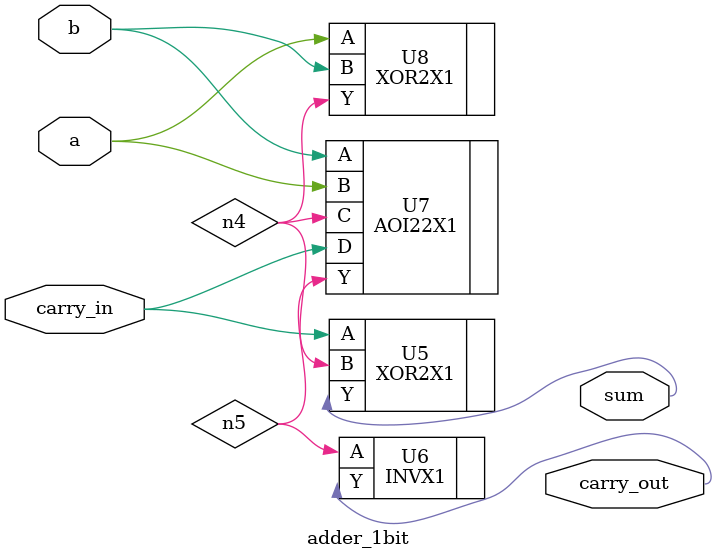
<source format=v>

module adder_1bit ( a, b, carry_in, sum, carry_out );
  input a, b, carry_in;
  output sum, carry_out;
  wire   n4, n5;

  XOR2X1 U5 ( .A(carry_in), .B(n4), .Y(sum) );
  INVX1 U6 ( .A(n5), .Y(carry_out) );
  AOI22X1 U7 ( .A(b), .B(a), .C(n4), .D(carry_in), .Y(n5) );
  XOR2X1 U8 ( .A(a), .B(b), .Y(n4) );
endmodule


</source>
